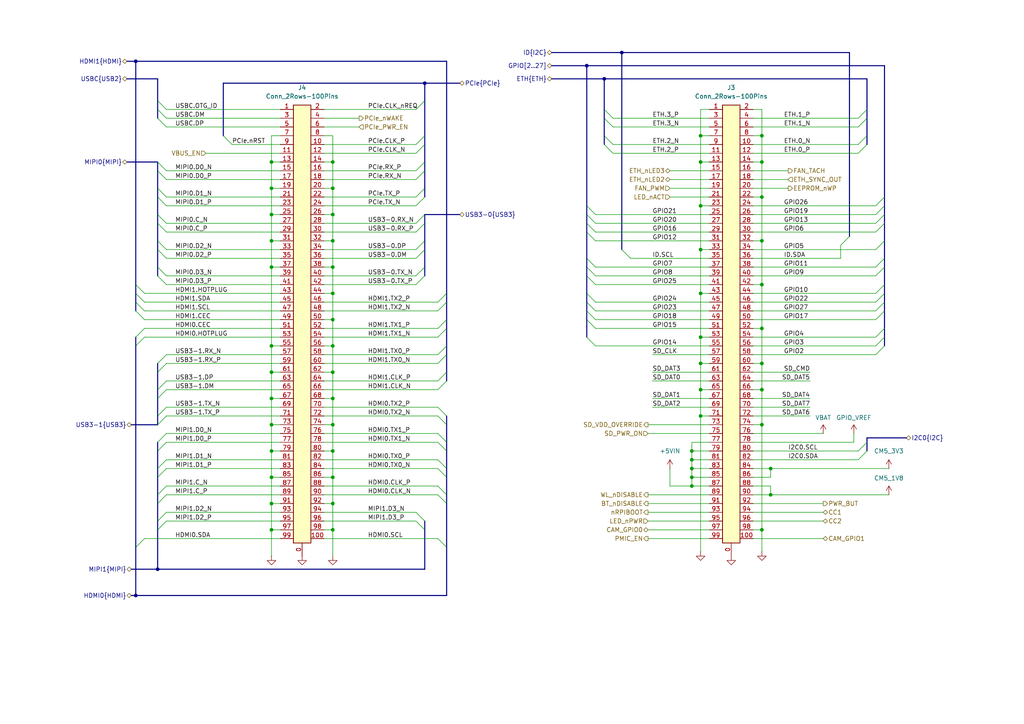
<source format=kicad_sch>
(kicad_sch (version 20250114) (generator "eeschema") (generator_version "9.0")
  (paper "A4")
  (title_block (title "RPi CM5 Connectors") (comment 2 "Guaranteed to be inaccurate") (comment 3 "License: CC BY-SA 4.0 (https://creativecommons.org/licenses/by-sa/4.0/)") (comment 4 "Reverse engineered by Tube Time"))
  (lib_symbols
    (symbol "connectors:Conn_2Rows-100Pins" (pin_names (offset 1.016) (hide yes))
      (property "Reference" "J" (at 0 64.77 0))
      (property "Value" "Conn_2Rows-100Pins" (at 0.508 -65.024 0))
      (symbol "Conn_2Rows-100Pins_1_1"
        (rectangle (start -2.54 63.5) (end 2.54 -63.5) (stroke (width 0.254)) (fill (type background)))
        (pin passive line (at -6.35 62.23 0) (length 3.81) (name "Pin_1") (number "1"))
        (pin passive line (at -6.35 59.69 0) (length 3.81) (name "Pin_3") (number "3"))
        (pin passive line (at -6.35 57.15 0) (length 3.81) (name "Pin_5") (number "5"))
        (pin passive line (at -6.35 54.61 0) (length 3.81) (name "Pin_7") (number "7"))
        (pin passive line (at -6.35 52.07 0) (length 3.81) (name "Pin_9") (number "9"))
        (pin passive line (at -6.35 49.53 0) (length 3.81) (name "Pin_11") (number "11"))
        (pin passive line (at -6.35 46.99 0) (length 3.81) (name "Pin_13") (number "13"))
        (pin passive line (at -6.35 44.45 0) (length 3.81) (name "Pin_15") (number "15"))
        (pin passive line (at -6.35 41.91 0) (length 3.81) (name "Pin_17") (number "17"))
        (pin passive line (at -6.35 39.37 0) (length 3.81) (name "Pin_19") (number "19"))
        (pin passive line (at -6.35 36.83 0) (length 3.81) (name "Pin_21") (number "21"))
        (pin passive line (at -6.35 34.29 0) (length 3.81) (name "Pin_23") (number "23"))
        (pin passive line (at -6.35 31.75 0) (length 3.81) (name "Pin_25") (number "25"))
        (pin passive line (at -6.35 29.21 0) (length 3.81) (name "Pin_27") (number "27"))
        (pin passive line (at -6.35 26.67 0) (length 3.81) (name "Pin_29") (number "29"))
        (pin passive line (at -6.35 24.13 0) (length 3.81) (name "Pin_31") (number "31"))
        (pin passive line (at -6.35 21.59 0) (length 3.81) (name "Pin_33") (number "33"))
        (pin passive line (at -6.35 19.05 0) (length 3.81) (name "Pin_35") (number "35"))
        (pin passive line (at -6.35 16.51 0) (length 3.81) (name "Pin_37") (number "37"))
        (pin passive line (at -6.35 13.97 0) (length 3.81) (name "Pin_39") (number "39"))
        (pin passive line (at -6.35 11.43 0) (length 3.81) (name "Pin_41") (number "41"))
        (pin passive line (at -6.35 8.89 0) (length 3.81) (name "Pin_43") (number "43"))
        (pin passive line (at -6.35 6.35 0) (length 3.81) (name "Pin_45") (number "45"))
        (pin passive line (at -6.35 3.81 0) (length 3.81) (name "Pin_47") (number "47"))
        (pin passive line (at -6.35 1.27 0) (length 3.81) (name "Pin_49") (number "49"))
        (pin passive line (at -6.35 -1.27 0) (length 3.81) (name "Pin_51") (number "51"))
        (pin passive line (at -6.35 -3.81 0) (length 3.81) (name "Pin_53") (number "53"))
        (pin passive line (at -6.35 -6.35 0) (length 3.81) (name "Pin_55") (number "55"))
        (pin passive line (at -6.35 -8.89 0) (length 3.81) (name "Pin_57") (number "57"))
        (pin passive line (at -6.35 -11.43 0) (length 3.81) (name "Pin_59") (number "59"))
        (pin passive line (at -6.35 -13.97 0) (length 3.81) (name "Pin_61") (number "61"))
        (pin passive line (at -6.35 -16.51 0) (length 3.81) (name "Pin_63") (number "63"))
        (pin passive line (at -6.35 -19.05 0) (length 3.81) (name "Pin_65") (number "65"))
        (pin passive line (at -6.35 -21.59 0) (length 3.81) (name "Pin_67") (number "67"))
        (pin passive line (at -6.35 -24.13 0) (length 3.81) (name "Pin_69") (number "69"))
        (pin passive line (at -6.35 -26.67 0) (length 3.81) (name "Pin_71") (number "71"))
        (pin passive line (at -6.35 -29.21 0) (length 3.81) (name "Pin_73") (number "73"))
        (pin passive line (at -6.35 -31.75 0) (length 3.81) (name "Pin_75") (number "75"))
        (pin passive line (at -6.35 -34.29 0) (length 3.81) (name "Pin_77") (number "77"))
        (pin passive line (at -6.35 -36.83 0) (length 3.81) (name "Pin_79") (number "79"))
        (pin passive line (at -6.35 -39.37 0) (length 3.81) (name "Pin_81") (number "81"))
        (pin passive line (at -6.35 -41.91 0) (length 3.81) (name "Pin_83") (number "83"))
        (pin passive line (at -6.35 -44.45 0) (length 3.81) (name "Pin_85") (number "85"))
        (pin passive line (at -6.35 -46.99 0) (length 3.81) (name "Pin_87") (number "87"))
        (pin passive line (at -6.35 -49.53 0) (length 3.81) (name "Pin_89") (number "89"))
        (pin passive line (at -6.35 -52.07 0) (length 3.81) (name "Pin_91") (number "91"))
        (pin passive line (at -6.35 -54.61 0) (length 3.81) (name "Pin_93") (number "93"))
        (pin passive line (at -6.35 -57.15 0) (length 3.81) (name "Pin_95") (number "95"))
        (pin passive line (at -6.35 -59.69 0) (length 3.81) (name "Pin_97") (number "97"))
        (pin passive line (at -6.35 -62.23 0) (length 3.81) (name "Pin_99") (number "99"))
        (pin passive line (at 0 -67.31 90) (length 3.81) (name "SH") (number "0"))
        (pin passive line (at 6.35 62.23 180) (length 3.81) (name "Pin_2") (number "2"))
        (pin passive line (at 6.35 59.69 180) (length 3.81) (name "Pin_4") (number "4"))
        (pin passive line (at 6.35 57.15 180) (length 3.81) (name "Pin_6") (number "6"))
        (pin passive line (at 6.35 54.61 180) (length 3.81) (name "Pin_8") (number "8"))
        (pin passive line (at 6.35 52.07 180) (length 3.81) (name "Pin_10") (number "10"))
        (pin passive line (at 6.35 49.53 180) (length 3.81) (name "Pin_12") (number "12"))
        (pin passive line (at 6.35 46.99 180) (length 3.81) (name "Pin_14") (number "14"))
        (pin passive line (at 6.35 44.45 180) (length 3.81) (name "Pin_16") (number "16"))
        (pin passive line (at 6.35 41.91 180) (length 3.81) (name "Pin_18") (number "18"))
        (pin passive line (at 6.35 39.37 180) (length 3.81) (name "Pin_20") (number "20"))
        (pin passive line (at 6.35 36.83 180) (length 3.81) (name "Pin_22") (number "22"))
        (pin passive line (at 6.35 34.29 180) (length 3.81) (name "Pin_24") (number "24"))
        (pin passive line (at 6.35 31.75 180) (length 3.81) (name "Pin_26") (number "26"))
        (pin passive line (at 6.35 29.21 180) (length 3.81) (name "Pin_28") (number "28"))
        (pin passive line (at 6.35 26.67 180) (length 3.81) (name "Pin_30") (number "30"))
        (pin passive line (at 6.35 24.13 180) (length 3.81) (name "Pin_32") (number "32"))
        (pin passive line (at 6.35 21.59 180) (length 3.81) (name "Pin_34") (number "34"))
        (pin passive line (at 6.35 19.05 180) (length 3.81) (name "Pin_36") (number "36"))
        (pin passive line (at 6.35 16.51 180) (length 3.81) (name "Pin_38") (number "38"))
        (pin passive line (at 6.35 13.97 180) (length 3.81) (name "Pin_40") (number "40"))
        (pin passive line (at 6.35 11.43 180) (length 3.81) (name "Pin_42") (number "42"))
        (pin passive line (at 6.35 8.89 180) (length 3.81) (name "Pin_44") (number "44"))
        (pin passive line (at 6.35 6.35 180) (length 3.81) (name "Pin_46") (number "46"))
        (pin passive line (at 6.35 3.81 180) (length 3.81) (name "Pin_48") (number "48"))
        (pin passive line (at 6.35 1.27 180) (length 3.81) (name "Pin_50") (number "50"))
        (pin passive line (at 6.35 -1.27 180) (length 3.81) (name "Pin_52") (number "52"))
        (pin passive line (at 6.35 -3.81 180) (length 3.81) (name "Pin_54") (number "54"))
        (pin passive line (at 6.35 -6.35 180) (length 3.81) (name "Pin_56") (number "56"))
        (pin passive line (at 6.35 -8.89 180) (length 3.81) (name "Pin_58") (number "58"))
        (pin passive line (at 6.35 -11.43 180) (length 3.81) (name "Pin_60") (number "60"))
        (pin passive line (at 6.35 -13.97 180) (length 3.81) (name "Pin_62") (number "62"))
        (pin passive line (at 6.35 -16.51 180) (length 3.81) (name "Pin_64") (number "64"))
        (pin passive line (at 6.35 -19.05 180) (length 3.81) (name "Pin_66") (number "66"))
        (pin passive line (at 6.35 -21.59 180) (length 3.81) (name "Pin_68") (number "68"))
        (pin passive line (at 6.35 -24.13 180) (length 3.81) (name "Pin_70") (number "70"))
        (pin passive line (at 6.35 -26.67 180) (length 3.81) (name "Pin_72") (number "72"))
        (pin passive line (at 6.35 -29.21 180) (length 3.81) (name "Pin_74") (number "74"))
        (pin passive line (at 6.35 -31.75 180) (length 3.81) (name "Pin_74") (number "76"))
        (pin passive line (at 6.35 -34.29 180) (length 3.81) (name "Pin_78") (number "78"))
        (pin passive line (at 6.35 -36.83 180) (length 3.81) (name "Pin_80") (number "80"))
        (pin passive line (at 6.35 -39.37 180) (length 3.81) (name "Pin_82") (number "82"))
        (pin passive line (at 6.35 -41.91 180) (length 3.81) (name "Pin_84") (number "84"))
        (pin passive line (at 6.35 -44.45 180) (length 3.81) (name "Pin_86") (number "86"))
        (pin passive line (at 6.35 -46.99 180) (length 3.81) (name "Pin_88") (number "88"))
        (pin passive line (at 6.35 -49.53 180) (length 3.81) (name "Pin_90") (number "90"))
        (pin passive line (at 6.35 -52.07 180) (length 3.81) (name "Pin_92") (number "92"))
        (pin passive line (at 6.35 -54.61 180) (length 3.81) (name "Pin_94") (number "94"))
        (pin passive line (at 6.35 -57.15 180) (length 3.81) (name "Pin_96") (number "96"))
        (pin passive line (at 6.35 -59.69 180) (length 3.81) (name "Pin_98") (number "98"))
        (pin passive line (at 6.35 -62.23 180) (length 3.81) (name "Pin_100") (number "100"))
      )
    )
    (symbol "power:+3.3V" (power) (pin_numbers (hide yes)) (pin_names (offset 0) (hide yes))
      (property "Value" "+3.3V" (at 0 3.556 0))
      (symbol "+3.3V_0_1"
        (polyline (pts (xy -0.762 1.27) (xy 0 2.54)))
        (polyline (pts (xy 0 2.54) (xy 0.762 1.27)))
        (polyline (pts (xy 0 0) (xy 0 2.54)))
      )
      (symbol "+3.3V_1_1"
        (pin power_in line (at 0 0 90) (length 0) (name "~") (number "1"))
      )
    )
    (symbol "power:+5V" (power) (pin_numbers (hide yes)) (pin_names (offset 0) (hide yes))
      (property "Value" "+5V" (at 0 3.556 0))
      (symbol "+5V_0_1"
        (polyline (pts (xy -0.762 1.27) (xy 0 2.54)))
        (polyline (pts (xy 0 2.54) (xy 0.762 1.27)))
        (polyline (pts (xy 0 0) (xy 0 2.54)))
      )
      (symbol "+5V_1_1"
        (pin power_in line (at 0 0 90) (length 0) (name "~") (number "1"))
      )
    )
    (symbol "power:GND" (power) (pin_numbers (hide yes)) (pin_names (offset 0) (hide yes))
      (property "Value" "GND" (at 0 -3.81 0))
      (symbol "GND_0_1"
        (polyline (pts (xy 0 0) (xy 0 -1.27) (xy 1.27 -1.27) (xy 0 -2.54) (xy -1.27 -1.27) (xy 0 -1.27)))
      )
      (symbol "GND_1_1"
        (pin power_in line (at 0 0 270) (length 0) (name "~") (number "1"))
      )
    )
  )
  (junction (at 203.2 72.39))
  (junction (at 96.52 138.43))
  (junction (at 220.98 123.19))
  (junction (at 220.98 46.99))
  (junction (at 220.98 105.41))
  (junction (at 96.52 77.47))
  (junction (at 203.2 120.65))
  (junction (at 78.74 123.19))
  (junction (at 96.52 54.61))
  (junction (at 96.52 69.85))
  (junction (at 78.74 115.57))
  (junction (at 78.74 107.95))
  (junction (at 203.2 39.37))
  (junction (at 223.52 143.51))
  (junction (at 96.52 107.95))
  (junction (at 96.52 123.19))
  (junction (at 96.52 85.09))
  (junction (at 203.2 97.79))
  (junction (at 220.98 39.37))
  (junction (at 200.66 138.43))
  (junction (at 78.74 130.81))
  (junction (at 96.52 153.67))
  (junction (at 223.52 135.89))
  (junction (at 78.74 100.33))
  (junction (at 203.2 59.69))
  (junction (at 39.37 17.78))
  (junction (at 78.74 69.85))
  (junction (at 200.66 133.35))
  (junction (at 96.52 100.33))
  (junction (at 78.74 153.67))
  (junction (at 96.52 92.71))
  (junction (at 203.2 46.99))
  (junction (at 78.74 77.47))
  (junction (at 200.66 135.89))
  (junction (at 203.2 113.03))
  (junction (at 96.52 115.57))
  (junction (at 203.2 105.41))
  (junction (at 203.2 85.09))
  (junction (at 200.66 140.97))
  (junction (at 220.98 95.25))
  (junction (at 78.74 54.61))
  (junction (at 200.66 130.81))
  (junction (at 96.52 62.23))
  (junction (at 220.98 113.03))
  (junction (at 96.52 130.81))
  (junction (at 96.52 46.99))
  (junction (at 220.98 153.67))
  (junction (at 220.98 69.85))
  (junction (at 78.74 46.99))
  (junction (at 123.19 24.13))
  (junction (at 170.18 19.05))
  (junction (at 78.74 138.43))
  (junction (at 220.98 82.55))
  (junction (at 78.74 146.05))
  (junction (at 220.98 57.15))
  (junction (at 96.52 146.05))
  (junction (at 39.37 172.72))
  (junction (at 175.26 22.86))
  (junction (at 45.72 165.1))
  (junction (at 180.34 15.24))
  (junction (at 78.74 62.23))
  (bus_entry (at 123.19 153.67) (size -2.54 -2.54))
  (bus_entry (at 170.18 77.47) (size 2.54 2.54))
  (bus_entry (at 64.77 39.37) (size 2.54 2.54))
  (bus_entry (at 256.54 95.25) (size -2.54 2.54))
  (bus_entry (at 123.19 62.23) (size -2.54 2.54))
  (bus_entry (at 45.72 34.29) (size 2.54 2.54))
  (bus_entry (at 123.19 39.37) (size -2.54 2.54))
  (bus_entry (at 170.18 64.77) (size 2.54 2.54))
  (bus_entry (at 129.54 92.71) (size -2.54 2.54))
  (bus_entry (at 45.72 77.47) (size 2.54 2.54))
  (bus_entry (at 45.72 49.53) (size 2.54 2.54))
  (bus_entry (at 45.72 113.03) (size 2.54 -2.54))
  (bus_entry (at 175.26 39.37) (size 2.54 2.54))
  (bus_entry (at 45.72 57.15) (size 2.54 2.54))
  (bus_entry (at 256.54 100.33) (size -2.54 2.54))
  (bus_entry (at 45.72 80.01) (size 2.54 2.54))
  (bus_entry (at 180.34 72.39) (size 2.54 2.54))
  (bus_entry (at 256.54 57.15) (size -2.54 2.54))
  (bus_entry (at 123.19 64.77) (size -2.54 2.54))
  (bus_entry (at 45.72 130.81) (size 2.54 -2.54))
  (bus_entry (at 123.19 151.13) (size -2.54 -2.54))
  (bus_entry (at 45.72 135.89) (size 2.54 -2.54))
  (bus_entry (at 45.72 128.27) (size 2.54 -2.54))
  (bus_entry (at 45.72 69.85) (size 2.54 2.54))
  (bus_entry (at 170.18 97.79) (size 2.54 2.54))
  (bus_entry (at 129.54 100.33) (size -2.54 2.54))
  (bus_entry (at 256.54 74.93) (size -2.54 2.54))
  (bus_entry (at 256.54 64.77) (size -2.54 2.54))
  (bus_entry (at 129.54 158.75) (size -2.54 -2.54))
  (bus_entry (at 175.26 41.91) (size 2.54 2.54))
  (bus_entry (at 45.72 46.99) (size 2.54 2.54))
  (bus_entry (at 129.54 135.89) (size -2.54 -2.54))
  (bus_entry (at 45.72 146.05) (size 2.54 -2.54))
  (bus_entry (at 45.72 105.41) (size 2.54 -2.54))
  (bus_entry (at 129.54 120.65) (size -2.54 -2.54))
  (bus_entry (at 129.54 138.43) (size -2.54 -2.54))
  (bus_entry (at 123.19 72.39) (size -2.54 2.54))
  (bus_entry (at 170.18 85.09) (size 2.54 2.54))
  (bus_entry (at 45.72 62.23) (size 2.54 2.54))
  (bus_entry (at 45.72 153.67) (size 2.54 -2.54))
  (bus_entry (at 123.19 80.01) (size -2.54 2.54))
  (bus_entry (at 39.37 158.75) (size 2.54 -2.54))
  (bus_entry (at 45.72 29.21) (size 2.54 2.54))
  (bus_entry (at 129.54 110.49) (size -2.54 2.54))
  (bus_entry (at 45.72 54.61) (size 2.54 2.54))
  (bus_entry (at 123.19 29.21) (size -2.54 2.54))
  (bus_entry (at 129.54 143.51) (size -2.54 -2.54))
  (bus_entry (at 251.46 34.29) (size -2.54 2.54))
  (bus_entry (at 45.72 120.65) (size 2.54 -2.54))
  (bus_entry (at 251.46 41.91) (size -2.54 2.54))
  (bus_entry (at 129.54 146.05) (size -2.54 -2.54))
  (bus_entry (at 175.26 31.75) (size 2.54 2.54))
  (bus_entry (at 39.37 100.33) (size 2.54 -2.54))
  (bus_entry (at 39.37 87.63) (size 2.54 2.54))
  (bus_entry (at 45.72 138.43) (size 2.54 -2.54))
  (bus_entry (at 123.19 49.53) (size -2.54 2.54))
  (bus_entry (at 123.19 41.91) (size -2.54 2.54))
  (bus_entry (at 251.46 130.81) (size -2.54 2.54))
  (bus_entry (at 45.72 151.13) (size 2.54 -2.54))
  (bus_entry (at 256.54 85.09) (size -2.54 2.54))
  (bus_entry (at 129.54 128.27) (size -2.54 -2.54))
  (bus_entry (at 123.19 77.47) (size -2.54 2.54))
  (bus_entry (at 129.54 102.87) (size -2.54 2.54))
  (bus_entry (at 170.18 92.71) (size 2.54 2.54))
  (bus_entry (at 129.54 130.81) (size -2.54 -2.54))
  (bus_entry (at 39.37 85.09) (size 2.54 2.54))
  (bus_entry (at 39.37 90.17) (size 2.54 2.54))
  (bus_entry (at 45.72 107.95) (size 2.54 -2.54))
  (bus_entry (at 39.37 82.55) (size 2.54 2.54))
  (bus_entry (at 129.54 85.09) (size -2.54 2.54))
  (bus_entry (at 123.19 46.99) (size -2.54 2.54))
  (bus_entry (at 123.19 57.15) (size -2.54 2.54))
  (bus_entry (at 45.72 115.57) (size 2.54 -2.54))
  (bus_entry (at 256.54 59.69) (size -2.54 2.54))
  (bus_entry (at 256.54 62.23) (size -2.54 2.54))
  (bus_entry (at 129.54 95.25) (size -2.54 2.54))
  (bus_entry (at 170.18 67.31) (size 2.54 2.54))
  (bus_entry (at 256.54 69.85) (size -2.54 2.54))
  (bus_entry (at 175.26 34.29) (size 2.54 2.54))
  (bus_entry (at 256.54 90.17) (size -2.54 2.54))
  (bus_entry (at 246.38 68.58) (size -2.54 2.54))
  (bus_entry (at 129.54 123.19) (size -2.54 -2.54))
  (bus_entry (at 45.72 72.39) (size 2.54 2.54))
  (bus_entry (at 251.46 39.37) (size -2.54 2.54))
  (bus_entry (at 39.37 97.79) (size 2.54 -2.54))
  (bus_entry (at 251.46 31.75) (size -2.54 2.54))
  (bus_entry (at 45.72 143.51) (size 2.54 -2.54))
  (bus_entry (at 45.72 64.77) (size 2.54 2.54))
  (bus_entry (at 170.18 80.01) (size 2.54 2.54))
  (bus_entry (at 170.18 90.17) (size 2.54 2.54))
  (bus_entry (at 45.72 31.75) (size 2.54 2.54))
  (bus_entry (at 251.46 128.27) (size -2.54 2.54))
  (bus_entry (at 123.19 69.85) (size -2.54 2.54))
  (bus_entry (at 256.54 82.55) (size -2.54 2.54))
  (bus_entry (at 45.72 123.19) (size 2.54 -2.54))
  (bus_entry (at 123.19 54.61) (size -2.54 2.54))
  (bus_entry (at 170.18 59.69) (size 2.54 2.54))
  (bus_entry (at 256.54 77.47) (size -2.54 2.54))
  (bus_entry (at 256.54 97.79) (size -2.54 2.54))
  (bus_entry (at 256.54 87.63) (size -2.54 2.54))
  (bus_entry (at 170.18 62.23) (size 2.54 2.54))
  (bus_entry (at 129.54 87.63) (size -2.54 2.54))
  (bus_entry (at 170.18 87.63) (size 2.54 2.54))
  (bus_entry (at 170.18 74.93) (size 2.54 2.54))
  (bus_entry (at 129.54 107.95) (size -2.54 2.54))
  (bus (pts (xy 129.54 87.63) (xy 129.54 85.09)))
  (wire (pts (xy 78.74 107.95) (xy 81.28 107.95)))
  (wire (pts (xy 78.74 123.19) (xy 81.28 123.19)))
  (wire (pts (xy 93.98 156.21) (xy 127 156.21)))
  (bus (pts (xy 129.54 17.78) (xy 39.37 17.78)))
  (wire (pts (xy 200.66 133.35) (xy 205.74 133.35)))
  (wire (pts (xy 48.26 118.11) (xy 81.28 118.11)))
  (wire (pts (xy 48.26 128.27) (xy 81.28 128.27)))
  (bus (pts (xy 170.18 64.77) (xy 170.18 67.31)))
  (bus (pts (xy 45.72 29.21) (xy 45.72 31.75)))
  (bus (pts (xy 175.26 31.75) (xy 175.26 34.29)))
  (wire (pts (xy 48.26 110.49) (xy 81.28 110.49)))
  (wire (pts (xy 187.96 156.21) (xy 205.74 156.21)))
  (wire (pts (xy 41.91 90.17) (xy 81.28 90.17)))
  (bus (pts (xy 38.1 123.19) (xy 45.72 123.19)))
  (wire (pts (xy 48.26 102.87) (xy 81.28 102.87)))
  (bus (pts (xy 45.72 130.81) (xy 45.72 135.89)))
  (wire (pts (xy 177.8 44.45) (xy 205.74 44.45)))
  (wire (pts (xy 48.26 31.75) (xy 81.28 31.75)))
  (wire (pts (xy 78.74 138.43) (xy 78.74 146.05)))
  (wire (pts (xy 203.2 97.79) (xy 203.2 105.41)))
  (wire (pts (xy 78.74 115.57) (xy 78.74 123.19)))
  (bus (pts (xy 45.72 77.47) (xy 45.72 72.39)))
  (wire (pts (xy 218.44 143.51) (xy 223.52 143.51)))
  (wire (pts (xy 93.98 44.45) (xy 120.65 44.45)))
  (bus (pts (xy 170.18 77.47) (xy 170.18 80.01)))
  (bus (pts (xy 256.54 69.85) (xy 256.54 74.93)))
  (wire (pts (xy 96.52 54.61) (xy 96.52 62.23)))
  (wire (pts (xy 172.72 95.25) (xy 205.74 95.25)))
  (wire (pts (xy 93.98 151.13) (xy 120.65 151.13)))
  (wire (pts (xy 218.44 123.19) (xy 220.98 123.19)))
  (bus (pts (xy 256.54 82.55) (xy 256.54 85.09)))
  (wire (pts (xy 189.23 102.87) (xy 205.74 102.87)))
  (wire (pts (xy 218.44 125.73) (xy 238.76 125.73)))
  (wire (pts (xy 187.96 146.05) (xy 205.74 146.05)))
  (wire (pts (xy 205.74 120.65) (xy 203.2 120.65)))
  (bus (pts (xy 45.72 54.61) (xy 45.72 49.53)))
  (bus (pts (xy 123.19 41.91) (xy 123.19 46.99)))
  (bus (pts (xy 45.72 143.51) (xy 45.72 146.05)))
  (wire (pts (xy 218.44 34.29) (xy 248.92 34.29)))
  (wire (pts (xy 218.44 135.89) (xy 223.52 135.89)))
  (wire (pts (xy 218.44 80.01) (xy 254 80.01)))
  (wire (pts (xy 187.96 153.67) (xy 205.74 153.67)))
  (wire (pts (xy 172.72 69.85) (xy 205.74 69.85)))
  (wire (pts (xy 96.52 138.43) (xy 96.52 146.05)))
  (wire (pts (xy 203.2 59.69) (xy 203.2 46.99)))
  (wire (pts (xy 172.72 87.63) (xy 205.74 87.63)))
  (wire (pts (xy 48.26 80.01) (xy 81.28 80.01)))
  (bus (pts (xy 170.18 80.01) (xy 170.18 85.09)))
  (wire (pts (xy 96.52 46.99) (xy 96.52 54.61)))
  (bus (pts (xy 123.19 62.23) (xy 123.19 64.77)))
  (wire (pts (xy 93.98 102.87) (xy 127 102.87)))
  (wire (pts (xy 218.44 113.03) (xy 220.98 113.03)))
  (wire (pts (xy 93.98 80.01) (xy 120.65 80.01)))
  (wire (pts (xy 218.44 72.39) (xy 254 72.39)))
  (wire (pts (xy 93.98 128.27) (xy 127 128.27)))
  (wire (pts (xy 96.52 39.37) (xy 96.52 46.99)))
  (bus (pts (xy 129.54 92.71) (xy 129.54 87.63)))
  (wire (pts (xy 78.74 115.57) (xy 81.28 115.57)))
  (wire (pts (xy 93.98 97.79) (xy 127 97.79)))
  (bus (pts (xy 36.83 17.78) (xy 39.37 17.78)))
  (wire (pts (xy 194.31 49.53) (xy 205.74 49.53)))
  (bus (pts (xy 64.77 24.13) (xy 123.19 24.13)))
  (bus (pts (xy 45.72 72.39) (xy 45.72 69.85)))
  (wire (pts (xy 203.2 59.69) (xy 205.74 59.69)))
  (bus (pts (xy 123.19 77.47) (xy 123.19 80.01)))
  (bus (pts (xy 39.37 87.63) (xy 39.37 85.09)))
  (bus (pts (xy 45.72 105.41) (xy 45.72 107.95)))
  (wire (pts (xy 96.52 153.67) (xy 96.52 161.29)))
  (wire (pts (xy 223.52 140.97) (xy 223.52 143.51)))
  (bus (pts (xy 129.54 130.81) (xy 129.54 135.89)))
  (bus (pts (xy 256.54 95.25) (xy 256.54 97.79)))
  (wire (pts (xy 218.44 105.41) (xy 220.98 105.41)))
  (wire (pts (xy 48.26 82.55) (xy 81.28 82.55)))
  (wire (pts (xy 78.74 69.85) (xy 81.28 69.85)))
  (wire (pts (xy 200.66 128.27) (xy 205.74 128.27)))
  (wire (pts (xy 218.44 120.65) (xy 234.95 120.65)))
  (bus (pts (xy 129.54 158.75) (xy 129.54 172.72)))
  (bus (pts (xy 175.26 22.86) (xy 251.46 22.86)))
  (wire (pts (xy 220.98 31.75) (xy 218.44 31.75)))
  (wire (pts (xy 172.72 92.71) (xy 205.74 92.71)))
  (wire (pts (xy 78.74 146.05) (xy 81.28 146.05)))
  (wire (pts (xy 218.44 118.11) (xy 234.95 118.11)))
  (bus (pts (xy 39.37 158.75) (xy 39.37 172.72)))
  (wire (pts (xy 218.44 57.15) (xy 220.98 57.15)))
  (wire (pts (xy 93.98 148.59) (xy 120.65 148.59)))
  (wire (pts (xy 41.91 97.79) (xy 81.28 97.79)))
  (bus (pts (xy 45.72 107.95) (xy 45.72 113.03)))
  (wire (pts (xy 48.26 67.31) (xy 81.28 67.31)))
  (wire (pts (xy 93.98 146.05) (xy 96.52 146.05)))
  (bus (pts (xy 123.19 46.99) (xy 123.19 49.53)))
  (bus (pts (xy 170.18 74.93) (xy 170.18 77.47)))
  (wire (pts (xy 187.96 148.59) (xy 205.74 148.59)))
  (wire (pts (xy 218.44 59.69) (xy 254 59.69)))
  (wire (pts (xy 203.2 120.65) (xy 203.2 160.02)))
  (bus (pts (xy 256.54 85.09) (xy 256.54 87.63)))
  (wire (pts (xy 220.98 82.55) (xy 218.44 82.55)))
  (bus (pts (xy 45.72 113.03) (xy 45.72 115.57)))
  (wire (pts (xy 78.74 153.67) (xy 78.74 161.29)))
  (wire (pts (xy 96.52 62.23) (xy 96.52 69.85)))
  (wire (pts (xy 194.31 135.89) (xy 194.31 140.97)))
  (bus (pts (xy 39.37 85.09) (xy 39.37 82.55)))
  (wire (pts (xy 96.52 92.71) (xy 96.52 100.33)))
  (wire (pts (xy 93.98 120.65) (xy 127 120.65)))
  (wire (pts (xy 189.23 118.11) (xy 205.74 118.11)))
  (wire (pts (xy 194.31 140.97) (xy 200.66 140.97)))
  (wire (pts (xy 218.44 107.95) (xy 234.95 107.95)))
  (wire (pts (xy 220.98 105.41) (xy 220.98 95.25)))
  (wire (pts (xy 218.44 148.59) (xy 238.76 148.59)))
  (bus (pts (xy 45.72 80.01) (xy 45.72 77.47)))
  (wire (pts (xy 218.44 67.31) (xy 254 67.31)))
  (wire (pts (xy 48.26 143.51) (xy 81.28 143.51)))
  (wire (pts (xy 48.26 120.65) (xy 81.28 120.65)))
  (wire (pts (xy 78.74 146.05) (xy 78.74 153.67)))
  (bus (pts (xy 123.19 39.37) (xy 123.19 41.91)))
  (wire (pts (xy 93.98 105.41) (xy 127 105.41)))
  (bus (pts (xy 129.54 100.33) (xy 129.54 95.25)))
  (wire (pts (xy 93.98 49.53) (xy 120.65 49.53)))
  (wire (pts (xy 96.52 146.05) (xy 96.52 153.67)))
  (wire (pts (xy 172.72 82.55) (xy 205.74 82.55)))
  (wire (pts (xy 93.98 110.49) (xy 127 110.49)))
  (bus (pts (xy 262.89 127) (xy 251.46 127)))
  (bus (pts (xy 45.72 153.67) (xy 45.72 165.1)))
  (bus (pts (xy 129.54 107.95) (xy 129.54 102.87)))
  (wire (pts (xy 218.44 133.35) (xy 248.92 133.35)))
  (wire (pts (xy 96.52 69.85) (xy 96.52 77.47)))
  (bus (pts (xy 129.54 85.09) (xy 129.54 17.78)))
  (wire (pts (xy 172.72 80.01) (xy 205.74 80.01)))
  (bus (pts (xy 123.19 64.77) (xy 123.19 69.85)))
  (wire (pts (xy 41.91 156.21) (xy 81.28 156.21)))
  (wire (pts (xy 218.44 41.91) (xy 248.92 41.91)))
  (bus (pts (xy 36.83 46.99) (xy 45.72 46.99)))
  (wire (pts (xy 220.98 82.55) (xy 220.98 69.85)))
  (wire (pts (xy 67.31 41.91) (xy 81.28 41.91)))
  (wire (pts (xy 78.74 107.95) (xy 78.74 115.57)))
  (wire (pts (xy 48.26 59.69) (xy 81.28 59.69)))
  (wire (pts (xy 203.2 39.37) (xy 205.74 39.37)))
  (bus (pts (xy 251.46 127) (xy 251.46 128.27)))
  (bus (pts (xy 129.54 135.89) (xy 129.54 138.43)))
  (wire (pts (xy 172.72 77.47) (xy 205.74 77.47)))
  (bus (pts (xy 129.54 128.27) (xy 129.54 130.81)))
  (bus (pts (xy 129.54 146.05) (xy 129.54 158.75)))
  (bus (pts (xy 45.72 165.1) (xy 123.19 165.1)))
  (bus (pts (xy 251.46 31.75) (xy 251.46 34.29)))
  (bus (pts (xy 256.54 59.69) (xy 256.54 62.23)))
  (bus (pts (xy 38.1 172.72) (xy 39.37 172.72)))
  (wire (pts (xy 78.74 62.23) (xy 78.74 69.85)))
  (bus (pts (xy 251.46 128.27) (xy 251.46 130.81)))
  (bus (pts (xy 129.54 138.43) (xy 129.54 143.51)))
  (wire (pts (xy 59.69 44.45) (xy 81.28 44.45)))
  (wire (pts (xy 200.66 140.97) (xy 205.74 140.97)))
  (bus (pts (xy 256.54 74.93) (xy 256.54 77.47)))
  (bus (pts (xy 45.72 69.85) (xy 45.72 64.77)))
  (wire (pts (xy 218.44 130.81) (xy 248.92 130.81)))
  (wire (pts (xy 93.98 69.85) (xy 96.52 69.85)))
  (wire (pts (xy 203.2 97.79) (xy 205.74 97.79)))
  (wire (pts (xy 93.98 92.71) (xy 96.52 92.71)))
  (bus (pts (xy 256.54 62.23) (xy 256.54 64.77)))
  (bus (pts (xy 129.54 102.87) (xy 129.54 100.33)))
  (wire (pts (xy 96.52 123.19) (xy 96.52 130.81)))
  (wire (pts (xy 218.44 140.97) (xy 223.52 140.97)))
  (wire (pts (xy 48.26 64.77) (xy 81.28 64.77)))
  (bus (pts (xy 251.46 34.29) (xy 251.46 39.37)))
  (wire (pts (xy 93.98 74.93) (xy 120.65 74.93)))
  (bus (pts (xy 129.54 110.49) (xy 129.54 107.95)))
  (bus (pts (xy 45.72 22.86) (xy 45.72 29.21)))
  (wire (pts (xy 41.91 92.71) (xy 81.28 92.71)))
  (wire (pts (xy 93.98 36.83) (xy 104.14 36.83)))
  (bus (pts (xy 256.54 77.47) (xy 256.54 82.55)))
  (wire (pts (xy 48.26 105.41) (xy 81.28 105.41)))
  (wire (pts (xy 205.74 85.09) (xy 203.2 85.09)))
  (wire (pts (xy 78.74 130.81) (xy 78.74 138.43)))
  (wire (pts (xy 189.23 110.49) (xy 205.74 110.49)))
  (wire (pts (xy 218.44 156.21) (xy 238.76 156.21)))
  (bus (pts (xy 123.19 72.39) (xy 123.19 77.47)))
  (wire (pts (xy 203.2 31.75) (xy 205.74 31.75)))
  (wire (pts (xy 203.2 72.39) (xy 203.2 59.69)))
  (wire (pts (xy 218.44 102.87) (xy 254 102.87)))
  (wire (pts (xy 96.52 100.33) (xy 96.52 107.95)))
  (bus (pts (xy 39.37 172.72) (xy 129.54 172.72)))
  (wire (pts (xy 220.98 153.67) (xy 220.98 160.02)))
  (wire (pts (xy 48.26 52.07) (xy 81.28 52.07)))
  (wire (pts (xy 218.44 54.61) (xy 228.6 54.61)))
  (bus (pts (xy 39.37 97.79) (xy 39.37 100.33)))
  (wire (pts (xy 93.98 125.73) (xy 127 125.73)))
  (wire (pts (xy 48.26 57.15) (xy 81.28 57.15)))
  (wire (pts (xy 223.52 135.89) (xy 257.81 135.89)))
  (wire (pts (xy 78.74 100.33) (xy 78.74 107.95)))
  (bus (pts (xy 123.19 69.85) (xy 123.19 72.39)))
  (wire (pts (xy 93.98 31.75) (xy 120.65 31.75)))
  (wire (pts (xy 93.98 113.03) (xy 127 113.03)))
  (bus (pts (xy 123.19 54.61) (xy 123.19 57.15)))
  (wire (pts (xy 48.26 72.39) (xy 81.28 72.39)))
  (wire (pts (xy 93.98 115.57) (xy 96.52 115.57)))
  (bus (pts (xy 39.37 90.17) (xy 39.37 87.63)))
  (wire (pts (xy 78.74 54.61) (xy 81.28 54.61)))
  (bus (pts (xy 39.37 17.78) (xy 39.37 82.55)))
  (bus (pts (xy 170.18 92.71) (xy 170.18 97.79)))
  (wire (pts (xy 172.72 64.77) (xy 205.74 64.77)))
  (wire (pts (xy 218.44 92.71) (xy 254 92.71)))
  (wire (pts (xy 223.52 138.43) (xy 223.52 135.89)))
  (bus (pts (xy 38.1 165.1) (xy 45.72 165.1)))
  (wire (pts (xy 223.52 143.51) (xy 257.81 143.51)))
  (wire (pts (xy 218.44 74.93) (xy 243.84 74.93)))
  (wire (pts (xy 200.66 140.97) (xy 200.66 138.43)))
  (wire (pts (xy 218.44 36.83) (xy 248.92 36.83)))
  (bus (pts (xy 256.54 19.05) (xy 256.54 57.15)))
  (wire (pts (xy 220.98 123.19) (xy 220.98 153.67)))
  (bus (pts (xy 45.72 49.53) (xy 45.72 46.99)))
  (bus (pts (xy 36.83 22.86) (xy 45.72 22.86)))
  (wire (pts (xy 218.44 153.67) (xy 220.98 153.67)))
  (wire (pts (xy 172.72 100.33) (xy 205.74 100.33)))
  (wire (pts (xy 93.98 153.67) (xy 96.52 153.67)))
  (wire (pts (xy 93.98 59.69) (xy 120.65 59.69)))
  (wire (pts (xy 194.31 54.61) (xy 205.74 54.61)))
  (bus (pts (xy 180.34 15.24) (xy 180.34 72.39)))
  (wire (pts (xy 220.98 57.15) (xy 220.98 46.99)))
  (wire (pts (xy 218.44 100.33) (xy 254 100.33)))
  (wire (pts (xy 78.74 153.67) (xy 81.28 153.67)))
  (wire (pts (xy 93.98 67.31) (xy 120.65 67.31)))
  (wire (pts (xy 78.74 123.19) (xy 78.74 130.81)))
  (wire (pts (xy 93.98 138.43) (xy 96.52 138.43)))
  (wire (pts (xy 93.98 118.11) (xy 127 118.11)))
  (wire (pts (xy 218.44 44.45) (xy 248.92 44.45)))
  (wire (pts (xy 78.74 46.99) (xy 81.28 46.99)))
  (bus (pts (xy 45.72 64.77) (xy 45.72 62.23)))
  (wire (pts (xy 48.26 113.03) (xy 81.28 113.03)))
  (wire (pts (xy 218.44 138.43) (xy 223.52 138.43)))
  (bus (pts (xy 256.54 90.17) (xy 256.54 95.25)))
  (wire (pts (xy 220.98 39.37) (xy 220.98 31.75)))
  (wire (pts (xy 96.52 130.81) (xy 96.52 138.43)))
  (wire (pts (xy 218.44 95.25) (xy 220.98 95.25)))
  (bus (pts (xy 45.72 120.65) (xy 45.72 123.19)))
  (wire (pts (xy 48.26 140.97) (xy 81.28 140.97)))
  (bus (pts (xy 170.18 62.23) (xy 170.18 64.77)))
  (wire (pts (xy 48.26 148.59) (xy 81.28 148.59)))
  (wire (pts (xy 93.98 52.07) (xy 120.65 52.07)))
  (bus (pts (xy 256.54 64.77) (xy 256.54 69.85)))
  (bus (pts (xy 170.18 19.05) (xy 170.18 59.69)))
  (wire (pts (xy 218.44 110.49) (xy 234.95 110.49)))
  (wire (pts (xy 78.74 46.99) (xy 78.74 54.61)))
  (wire (pts (xy 81.28 39.37) (xy 78.74 39.37)))
  (bus (pts (xy 45.72 62.23) (xy 45.72 57.15)))
  (wire (pts (xy 218.44 62.23) (xy 254 62.23)))
  (wire (pts (xy 48.26 125.73) (xy 81.28 125.73)))
  (wire (pts (xy 172.72 62.23) (xy 205.74 62.23)))
  (wire (pts (xy 177.8 36.83) (xy 205.74 36.83)))
  (wire (pts (xy 194.31 52.07) (xy 205.74 52.07)))
  (wire (pts (xy 41.91 87.63) (xy 81.28 87.63)))
  (wire (pts (xy 200.66 133.35) (xy 200.66 135.89)))
  (wire (pts (xy 203.2 46.99) (xy 205.74 46.99)))
  (wire (pts (xy 203.2 85.09) (xy 203.2 97.79)))
  (wire (pts (xy 93.98 41.91) (xy 120.65 41.91)))
  (wire (pts (xy 93.98 130.81) (xy 96.52 130.81)))
  (wire (pts (xy 93.98 133.35) (xy 127 133.35)))
  (bus (pts (xy 45.72 128.27) (xy 45.72 130.81)))
  (wire (pts (xy 200.66 138.43) (xy 205.74 138.43)))
  (wire (pts (xy 78.74 54.61) (xy 78.74 62.23)))
  (bus (pts (xy 256.54 87.63) (xy 256.54 90.17)))
  (wire (pts (xy 200.66 130.81) (xy 200.66 128.27)))
  (bus (pts (xy 123.19 29.21) (xy 123.19 39.37)))
  (wire (pts (xy 218.44 87.63) (xy 254 87.63)))
  (bus (pts (xy 160.02 19.05) (xy 170.18 19.05)))
  (wire (pts (xy 78.74 62.23) (xy 81.28 62.23)))
  (wire (pts (xy 93.98 57.15) (xy 120.65 57.15)))
  (bus (pts (xy 160.02 15.24) (xy 180.34 15.24)))
  (bus (pts (xy 256.54 19.05) (xy 170.18 19.05)))
  (wire (pts (xy 93.98 46.99) (xy 96.52 46.99)))
  (wire (pts (xy 41.91 95.25) (xy 81.28 95.25)))
  (bus (pts (xy 170.18 85.09) (xy 170.18 87.63)))
  (wire (pts (xy 203.2 113.03) (xy 203.2 120.65)))
  (bus (pts (xy 123.19 151.13) (xy 123.19 153.67)))
  (wire (pts (xy 78.74 77.47) (xy 78.74 100.33)))
  (wire (pts (xy 200.66 133.35) (xy 200.66 130.81)))
  (wire (pts (xy 93.98 107.95) (xy 96.52 107.95)))
  (bus (pts (xy 170.18 67.31) (xy 170.18 74.93)))
  (wire (pts (xy 93.98 54.61) (xy 96.52 54.61)))
  (wire (pts (xy 200.66 135.89) (xy 200.66 138.43)))
  (wire (pts (xy 93.98 87.63) (xy 127 87.63)))
  (bus (pts (xy 45.72 115.57) (xy 45.72 120.65)))
  (wire (pts (xy 189.23 115.57) (xy 205.74 115.57)))
  (wire (pts (xy 203.2 105.41) (xy 203.2 113.03)))
  (wire (pts (xy 203.2 72.39) (xy 205.74 72.39)))
  (wire (pts (xy 78.74 69.85) (xy 78.74 77.47)))
  (wire (pts (xy 218.44 39.37) (xy 220.98 39.37)))
  (wire (pts (xy 187.96 123.19) (xy 205.74 123.19)))
  (wire (pts (xy 220.98 46.99) (xy 220.98 39.37)))
  (wire (pts (xy 218.44 69.85) (xy 220.98 69.85)))
  (bus (pts (xy 45.72 146.05) (xy 45.72 151.13)))
  (wire (pts (xy 218.44 52.07) (xy 228.6 52.07)))
  (wire (pts (xy 93.98 140.97) (xy 127 140.97)))
  (bus (pts (xy 45.72 57.15) (xy 45.72 54.61)))
  (bus (pts (xy 246.38 15.24) (xy 246.38 68.58)))
  (bus (pts (xy 256.54 57.15) (xy 256.54 59.69)))
  (wire (pts (xy 93.98 34.29) (xy 104.14 34.29)))
  (wire (pts (xy 93.98 95.25) (xy 127 95.25)))
  (wire (pts (xy 218.44 128.27) (xy 247.65 128.27)))
  (wire (pts (xy 78.74 138.43) (xy 81.28 138.43)))
  (wire (pts (xy 247.65 125.73) (xy 247.65 128.27)))
  (bus (pts (xy 45.72 135.89) (xy 45.72 138.43)))
  (wire (pts (xy 96.52 77.47) (xy 96.52 85.09)))
  (bus (pts (xy 129.54 120.65) (xy 129.54 123.19)))
  (wire (pts (xy 220.98 95.25) (xy 220.98 82.55)))
  (wire (pts (xy 182.88 74.93) (xy 205.74 74.93)))
  (wire (pts (xy 203.2 39.37) (xy 203.2 31.75)))
  (wire (pts (xy 218.44 151.13) (xy 238.76 151.13)))
  (wire (pts (xy 200.66 135.89) (xy 205.74 135.89)))
  (bus (pts (xy 175.26 22.86) (xy 175.26 31.75)))
  (wire (pts (xy 93.98 82.55) (xy 120.65 82.55)))
  (wire (pts (xy 187.96 125.73) (xy 205.74 125.73)))
  (wire (pts (xy 220.98 69.85) (xy 220.98 57.15)))
  (wire (pts (xy 78.74 39.37) (xy 78.74 46.99)))
  (wire (pts (xy 78.74 130.81) (xy 81.28 130.81)))
  (wire (pts (xy 48.26 151.13) (xy 81.28 151.13)))
  (wire (pts (xy 93.98 64.77) (xy 120.65 64.77)))
  (bus (pts (xy 123.19 153.67) (xy 123.19 165.1)))
  (bus (pts (xy 129.54 95.25) (xy 129.54 92.71)))
  (bus (pts (xy 251.46 22.86) (xy 251.46 31.75)))
  (wire (pts (xy 78.74 100.33) (xy 81.28 100.33)))
  (wire (pts (xy 93.98 39.37) (xy 96.52 39.37)))
  (bus (pts (xy 160.02 22.86) (xy 175.26 22.86)))
  (bus (pts (xy 123.19 49.53) (xy 123.19 54.61)))
  (bus (pts (xy 251.46 39.37) (xy 251.46 41.91)))
  (wire (pts (xy 48.26 36.83) (xy 81.28 36.83)))
  (bus (pts (xy 45.72 138.43) (xy 45.72 143.51)))
  (wire (pts (xy 48.26 133.35) (xy 81.28 133.35)))
  (bus (pts (xy 45.72 151.13) (xy 45.72 153.67)))
  (wire (pts (xy 194.31 57.15) (xy 205.74 57.15)))
  (wire (pts (xy 93.98 85.09) (xy 96.52 85.09)))
  (wire (pts (xy 177.8 34.29) (xy 205.74 34.29)))
  (bus (pts (xy 180.34 15.24) (xy 246.38 15.24)))
  (wire (pts (xy 218.44 115.57) (xy 234.95 115.57)))
  (wire (pts (xy 220.98 113.03) (xy 220.98 123.19)))
  (wire (pts (xy 203.2 46.99) (xy 203.2 39.37)))
  (wire (pts (xy 218.44 49.53) (xy 228.6 49.53)))
  (wire (pts (xy 93.98 72.39) (xy 120.65 72.39)))
  (wire (pts (xy 48.26 49.53) (xy 81.28 49.53)))
  (wire (pts (xy 205.74 105.41) (xy 203.2 105.41)))
  (bus (pts (xy 64.77 24.13) (xy 64.77 39.37)))
  (wire (pts (xy 218.44 97.79) (xy 254 97.79)))
  (wire (pts (xy 93.98 90.17) (xy 127 90.17)))
  (bus (pts (xy 129.54 123.19) (xy 129.54 128.27)))
  (wire (pts (xy 48.26 34.29) (xy 81.28 34.29)))
  (bus (pts (xy 175.26 39.37) (xy 175.26 41.91)))
  (wire (pts (xy 218.44 146.05) (xy 238.76 146.05)))
  (wire (pts (xy 218.44 90.17) (xy 254 90.17)))
  (bus (pts (xy 39.37 100.33) (xy 39.37 158.75)))
  (wire (pts (xy 93.98 100.33) (xy 96.52 100.33)))
  (wire (pts (xy 218.44 46.99) (xy 220.98 46.99)))
  (wire (pts (xy 78.74 77.47) (xy 81.28 77.47)))
  (wire (pts (xy 220.98 105.41) (xy 220.98 113.03)))
  (wire (pts (xy 93.98 123.19) (xy 96.52 123.19)))
  (wire (pts (xy 93.98 143.51) (xy 127 143.51)))
  (wire (pts (xy 200.66 130.81) (xy 205.74 130.81)))
  (wire (pts (xy 187.96 143.51) (xy 205.74 143.51)))
  (wire (pts (xy 93.98 77.47) (xy 96.52 77.47)))
  (wire (pts (xy 189.23 107.95) (xy 205.74 107.95)))
  (wire (pts (xy 96.52 115.57) (xy 96.52 123.19)))
  (wire (pts (xy 93.98 135.89) (xy 127 135.89)))
  (wire (pts (xy 203.2 85.09) (xy 203.2 72.39)))
  (wire (pts (xy 93.98 62.23) (xy 96.52 62.23)))
  (bus (pts (xy 256.54 97.79) (xy 256.54 100.33)))
  (bus (pts (xy 170.18 90.17) (xy 170.18 92.71)))
  (bus (pts (xy 170.18 59.69) (xy 170.18 62.23)))
  (bus (pts (xy 123.19 62.23) (xy 133.35 62.23)))
  (wire (pts (xy 218.44 85.09) (xy 254 85.09)))
  (wire (pts (xy 187.96 151.13) (xy 205.74 151.13)))
  (wire (pts (xy 96.52 85.09) (xy 96.52 92.71)))
  (wire (pts (xy 203.2 113.03) (xy 205.74 113.03)))
  (bus (pts (xy 123.19 24.13) (xy 133.35 24.13)))
  (bus (pts (xy 129.54 143.51) (xy 129.54 146.05)))
  (wire (pts (xy 172.72 90.17) (xy 205.74 90.17)))
  (wire (pts (xy 177.8 41.91) (xy 205.74 41.91)))
  (wire (pts (xy 96.52 107.95) (xy 96.52 115.57)))
  (bus (pts (xy 45.72 31.75) (xy 45.72 34.29)))
  (wire (pts (xy 218.44 77.47) (xy 254 77.47)))
  (bus (pts (xy 123.19 24.13) (xy 123.19 29.21)))
  (bus (pts (xy 175.26 34.29) (xy 175.26 39.37)))
  (wire (pts (xy 48.26 74.93) (xy 81.28 74.93)))
  (wire (pts (xy 243.84 71.12) (xy 243.84 74.93)))
  (wire (pts (xy 172.72 67.31) (xy 205.74 67.31)))
  (wire (pts (xy 41.91 85.09) (xy 81.28 85.09)))
  (wire (pts (xy 218.44 64.77) (xy 254 64.77)))
  (bus (pts (xy 170.18 87.63) (xy 170.18 90.17)))
  (wire (pts (xy 48.26 135.89) (xy 81.28 135.89)))
  (label "USB3-1.DM" (at 50.8 113.03 0))
  (label "PCIe.nRST" (at 67.31 41.91 0))
  (label "MIPI0.D1_P" (at 50.8 59.69 0))
  (label "HDMI0.CLK_P" (at 106.68 140.97 0))
  (label "ETH.1_P" (at 227.33 34.29 0))
  (label "HDMI1.TX0_N" (at 106.68 105.41 0))
  (label "GPIO8" (at 189.23 80.01 0))
  (label "GPIO5" (at 227.33 72.39 0))
  (label "MIPI1.D3_P" (at 106.68 151.13 0))
  (label "USB3-0.TX_N" (at 106.68 80.01 0))
  (label "ID.SCL" (at 189.23 74.93 0))
  (label "HDMI0.TX1_P" (at 106.68 125.73 0))
  (label "HDMI0.SCL" (at 106.68 156.21 0))
  (label "SD_DAT5" (at 234.95 110.49 180))
  (label "ETH.2_P" (at 189.23 44.45 0))
  (label "GPIO27" (at 227.33 90.17 0))
  (label "ETH.1_N" (at 227.33 36.83 0))
  (label "USB3-1.RX_P" (at 50.8 105.41 0))
  (label "SD_DAT0" (at 189.23 110.49 0))
  (label "MIPI1.D2_P" (at 50.8 151.13 0))
  (label "GPIO2" (at 227.33 102.87 0))
  (label "PCIe.TX_P" (at 106.68 57.15 0))
  (label "GPIO21" (at 189.23 62.23 0))
  (label "HDMI1.CEC" (at 50.8 92.71 0))
  (label "USB3-0.RX_P" (at 106.68 67.31 0))
  (label "GPIO18" (at 189.23 92.71 0))
  (label "PCIe.CLK_N" (at 106.68 44.45 0))
  (label "SD_DAT1" (at 189.23 115.57 0))
  (label "GPIO9" (at 227.33 80.01 0))
  (label "GPIO17" (at 227.33 92.71 0))
  (label "GPIO26" (at 227.33 59.69 0))
  (label "SD_DAT6" (at 234.95 120.65 180))
  (label "MIPI0.D0_P" (at 50.8 52.07 0))
  (label "HDMI0.CLK_N" (at 106.68 143.51 0))
  (label "USB3-0.RX_N" (at 106.68 64.77 0))
  (label "MIPI0.D2_N" (at 50.8 72.39 0))
  (label "MIPI1.D2_N" (at 50.8 148.59 0))
  (label "HDMI1.HOTPLUG" (at 50.8 85.09 0))
  (label "HDMI1.TX2_P" (at 106.68 87.63 0))
  (label "GPIO11" (at 227.33 77.47 0))
  (label "SD_DAT2" (at 189.23 118.11 0))
  (label "SD_DAT7" (at 234.95 118.11 180))
  (label "GPIO22" (at 227.33 87.63 0))
  (label "SD_CMD" (at 234.95 107.95 180))
  (label "USB3-1.RX_N" (at 50.8 102.87 0))
  (label "GPIO13" (at 227.33 64.77 0))
  (label "MIPI0.D1_N" (at 50.8 57.15 0))
  (label "USBC.OTG_ID" (at 50.8 31.75 0))
  (label "SD_DAT4" (at 234.95 115.57 180))
  (label "HDMI0.TX0_P" (at 106.68 133.35 0))
  (label "GPIO16" (at 189.23 67.31 0))
  (label "PCIe.RX_P" (at 106.68 49.53 0))
  (label "GPIO24" (at 189.23 87.63 0))
  (label "GPIO4" (at 227.33 97.79 0))
  (label "GPIO15" (at 189.23 95.25 0))
  (label "GPIO23" (at 189.23 90.17 0))
  (label "I2C0.SCL" (at 228.6 130.81 0))
  (label "ETH.3_N" (at 189.23 36.83 0))
  (label "MIPI1.D1_P" (at 50.8 135.89 0))
  (label "ETH.2_N" (at 189.23 41.91 0))
  (label "MIPI1.D3_N" (at 106.68 148.59 0))
  (label "MIPI0.D3_P" (at 50.8 82.55 0))
  (label "GPIO7" (at 189.23 77.47 0))
  (label "MIPI1.D0_P" (at 50.8 128.27 0))
  (label "GPIO3" (at 227.33 100.33 0))
  (label "GPIO10" (at 227.33 85.09 0))
  (label "MIPI0.D0_N" (at 50.8 49.53 0))
  (label "HDMI1.TX1_P" (at 106.68 95.25 0))
  (label "HDMI1.TX1_N" (at 106.68 97.79 0))
  (label "MIPI1.D0_N" (at 50.8 125.73 0))
  (label "HDMI1.CLK_P" (at 106.68 110.49 0))
  (label "MIPI1.C_P" (at 50.8 143.51 0))
  (label "ETH.3_P" (at 189.23 34.29 0))
  (label "USB3-1.TX_N" (at 50.8 118.11 0))
  (label "PCIe.TX_N" (at 106.68 59.69 0))
  (label "GPIO19" (at 227.33 62.23 0))
  (label "MIPI0.C_P" (at 50.8 67.31 0))
  (label "GPIO12" (at 189.23 69.85 0))
  (label "HDMI0.TX2_P" (at 106.68 118.11 0))
  (label "SD_DAT3" (at 189.23 107.95 0))
  (label "PCIe.RX_N" (at 106.68 52.07 0))
  (label "GPIO14" (at 189.23 100.33 0))
  (label "ETH.0_N" (at 227.33 41.91 0))
  (label "HDMI0.SDA" (at 50.8 156.21 0))
  (label "HDMI1.TX2_N" (at 106.68 90.17 0))
  (label "USB3-0.DM" (at 106.68 74.93 0))
  (label "USBC.DP" (at 50.8 36.83 0))
  (label "HDMI1.SCL" (at 50.8 90.17 0))
  (label "HDMI1.CLK_N" (at 106.68 113.03 0))
  (label "HDMI1.SDA" (at 50.8 87.63 0))
  (label "USBC.DM" (at 50.8 34.29 0))
  (label "MIPI0.C_N" (at 50.8 64.77 0))
  (label "PCIe.CLK_nREQ" (at 106.68 31.75 0))
  (label "HDMI0.TX0_N" (at 106.68 135.89 0))
  (label "USB3-1.DP" (at 50.8 110.49 0))
  (label "GPIO6" (at 227.33 67.31 0))
  (label "I2C0.SDA" (at 228.6 133.35 0))
  (label "MIPI0.D3_N" (at 50.8 80.01 0))
  (label "HDMI0.TX1_N" (at 106.68 128.27 0))
  (label "GPIO25" (at 189.23 82.55 0))
  (label "ID.SDA" (at 227.33 74.93 0))
  (label "MIPI1.D1_N" (at 50.8 133.35 0))
  (label "GPIO20" (at 189.23 64.77 0))
  (label "PCIe.CLK_P" (at 106.68 41.91 0))
  (label "HDMI0.CEC" (at 50.8 95.25 0))
  (label "MIPI0.D2_P" (at 50.8 74.93 0))
  (label "MIPI1.C_N" (at 50.8 140.97 0))
  (label "ETH.0_P" (at 227.33 44.45 0))
  (label "USB3-0.DP" (at 106.68 72.39 0))
  (label "HDMI0.HOTPLUG" (at 50.8 97.79 0))
  (label "USB3-0.TX_P" (at 106.68 82.55 0))
  (label "USB3-1.TX_P" (at 50.8 120.65 0))
  (label "HDMI1.TX0_P" (at 106.68 102.87 0))
  (label "HDMI0.TX2_N" (at 106.68 120.65 0))
  (label "SD_CLK" (at 189.23 102.87 0))
  (hierarchical_label "USB3-1{USB3}" (shape bidirectional) (at 38.1 123.19 180))
  (hierarchical_label "GPIO[2..27]" (shape bidirectional) (at 160.02 19.05 180))
  (hierarchical_label "LED_nPWR" (shape input) (at 187.96 151.13 180))
  (hierarchical_label "I2C0{I2C}" (shape bidirectional) (at 262.89 127 0))
  (hierarchical_label "FAN_PWM" (shape input) (at 194.31 54.61 180))
  (hierarchical_label "ETH{ETH}" (shape bidirectional) (at 160.02 22.86 180))
  (hierarchical_label "PMIC_EN" (shape output) (at 187.96 156.21 180))
  (hierarchical_label "VBUS_EN" (shape input) (at 59.69 44.45 180))
  (hierarchical_label "PCIe_nWAKE" (shape output) (at 104.14 34.29 0))
  (hierarchical_label "nRPIBOOT" (shape output) (at 187.96 148.59 180))
  (hierarchical_label "PCIe{PCIe}" (shape bidirectional) (at 133.35 24.13 0))
  (hierarchical_label "CC2" (shape bidirectional) (at 238.76 151.13 0))
  (hierarchical_label "EEPROM_nWP" (shape output) (at 228.6 54.61 0))
  (hierarchical_label "SD_PWR_ON" (shape input) (at 187.96 125.73 180))
  (hierarchical_label "FAN_TACH" (shape output) (at 228.6 49.53 0))
  (hierarchical_label "ID{I2C}" (shape bidirectional) (at 160.02 15.24 180))
  (hierarchical_label "ETH_nLED3" (shape bidirectional) (at 194.31 49.53 180))
  (hierarchical_label "ETH_nLED2" (shape bidirectional) (at 194.31 52.07 180))
  (hierarchical_label "USBC{USB2}" (shape bidirectional) (at 36.83 22.86 180))
  (hierarchical_label "MIPI1{MIPI}" (shape bidirectional) (at 38.1 165.1 180))
  (hierarchical_label "CC1" (shape bidirectional) (at 238.76 148.59 0))
  (hierarchical_label "HDMI1{HDMI}" (shape bidirectional) (at 36.83 17.78 180))
  (hierarchical_label "BT_nDISABLE" (shape output) (at 187.96 146.05 180))
  (hierarchical_label "PWR_BUT" (shape output) (at 238.76 146.05 0))
  (hierarchical_label "CAM_GPIO1" (shape bidirectional) (at 238.76 156.21 0))
  (hierarchical_label "SD_VDD_OVERRIDE" (shape output) (at 187.96 123.19 180))
  (hierarchical_label "ETH_SYNC_OUT" (shape input) (at 228.6 52.07 0))
  (hierarchical_label "CAM_GPIO0" (shape bidirectional) (at 187.96 153.67 180))
  (hierarchical_label "USB3-0{USB3}" (shape bidirectional) (at 133.35 62.23 0))
  (hierarchical_label "WL_nDISABLE" (shape output) (at 187.96 143.51 180))
  (hierarchical_label "LED_nACT" (shape input) (at 194.31 57.15 180))
  (hierarchical_label "MIPI0{MIPI}" (shape bidirectional) (at 36.83 46.99 180))
  (hierarchical_label "PCIe_PWR_EN" (shape input) (at 104.14 36.83 0))
  (hierarchical_label "HDMI0{HDMI}" (shape bidirectional) (at 38.1 172.72 180))
  (symbol (lib_id "connectors:Conn_2Rows-100Pins") (at 212.09 93.98 0) (unit 1)
    (property "Reference" "J3" (at 212.09 25.4 0))
    (property "Value" "Conn_2Rows-100Pins" (at 212.09 27.94 0))
    (property "Footprint" "Conn:10164228-1001A1RLF" (effects (hide yes)))
    (property "Description" "Generic connector, double row, 75 pins, odd/even pin numbering scheme (row 1 odd numbers, row 2 even numbers), script generated (kicad-library-utils/schlib/autogen/connector/)" (effects (hide yes)))
  )
  (symbol (lib_id "power:GND") (at 203.2 160.02 0) (unit 1)
    (property "Reference" "#PWR072" (effects (hide yes)))
    (property "Value" "GND" (effects (hide yes)))
    (property "Description" "Power symbol creates a global label with name \"GND\" , ground" (effects (hide yes)))
  )
  (symbol (lib_id "power:GND") (at 212.09 161.29 0) (unit 1)
    (property "Reference" "#PWR048" (effects (hide yes)))
    (property "Value" "GND" (effects (hide yes)))
    (property "Description" "Power symbol creates a global label with name \"GND\" , ground" (effects (hide yes)))
  )
  (symbol (lib_id "power:+3.3V") (at 257.81 135.89 0) (unit 1)
    (property "Reference" "#PWR0105" (effects (hide yes)))
    (property "Value" "CM5_3V3" (at 257.81 130.81 0))
    (property "Description" "Power symbol creates a global label with name \"+3.3V\"" (effects (hide yes)))
  )
  (symbol (lib_id "power:+3.3V") (at 238.76 125.73 0) (unit 1)
    (property "Reference" "#PWR0461" (effects (hide yes)))
    (property "Value" "VBAT" (at 238.76 121.158 0))
    (property "Description" "Power symbol creates a global label with name \"+3.3V\"" (effects (hide yes)))
  )
  (symbol (lib_id "power:+5V") (at 194.31 135.89 0) (unit 1)
    (property "Reference" "#PWR029" (effects (hide yes)))
    (property "Value" "+5VIN" (at 194.31 130.81 0))
    (property "Description" "Power symbol creates a global label with name \"+5V\"" (effects (hide yes)))
  )
  (symbol (lib_id "connectors:Conn_2Rows-100Pins") (at 87.63 93.98 0) (unit 1)
    (property "Reference" "J4" (at 87.63 25.4 0))
    (property "Value" "Conn_2Rows-100Pins" (at 87.63 27.94 0))
    (property "Footprint" "Conn:10164228-1001A1RLF" (effects (hide yes)))
    (property "Description" "Generic connector, double row, 75 pins, odd/even pin numbering scheme (row 1 odd numbers, row 2 even numbers), script generated (kicad-library-utils/schlib/autogen/connector/)" (effects (hide yes)))
  )
  (symbol (lib_id "power:+3.3V") (at 247.65 125.73 0) (unit 1)
    (property "Reference" "#PWR0434" (effects (hide yes)))
    (property "Value" "GPIO_VREF" (at 247.65 121.158 0))
    (property "Description" "Power symbol creates a global label with name \"+3.3V\"" (effects (hide yes)))
  )
  (symbol (lib_id "power:+3.3V") (at 257.81 143.51 0) (unit 1)
    (property "Reference" "#PWR0106" (effects (hide yes)))
    (property "Value" "CM5_1V8" (at 257.81 138.684 0))
    (property "Description" "Power symbol creates a global label with name \"+3.3V\"" (effects (hide yes)))
  )
  (symbol (lib_id "power:GND") (at 220.98 160.02 0) (unit 1)
    (property "Reference" "#PWR069" (effects (hide yes)))
    (property "Value" "GND" (effects (hide yes)))
    (property "Description" "Power symbol creates a global label with name \"GND\" , ground" (effects (hide yes)))
  )
  (symbol (lib_id "power:GND") (at 96.52 161.29 0) (unit 1)
    (property "Reference" "#PWR0206" (effects (hide yes)))
    (property "Value" "GND" (effects (hide yes)))
    (property "Description" "Power symbol creates a global label with name \"GND\" , ground" (effects (hide yes)))
  )
  (symbol (lib_id "power:GND") (at 78.74 161.29 0) (unit 1)
    (property "Reference" "#PWR071" (effects (hide yes)))
    (property "Value" "GND" (effects (hide yes)))
    (property "Description" "Power symbol creates a global label with name \"GND\" , ground" (effects (hide yes)))
  )
  (symbol (lib_id "power:GND") (at 87.63 161.29 0) (unit 1)
    (property "Reference" "#PWR070" (effects (hide yes)))
    (property "Value" "GND" (effects (hide yes)))
    (property "Description" "Power symbol creates a global label with name \"GND\" , ground" (effects (hide yes)))
  )
)
</source>
